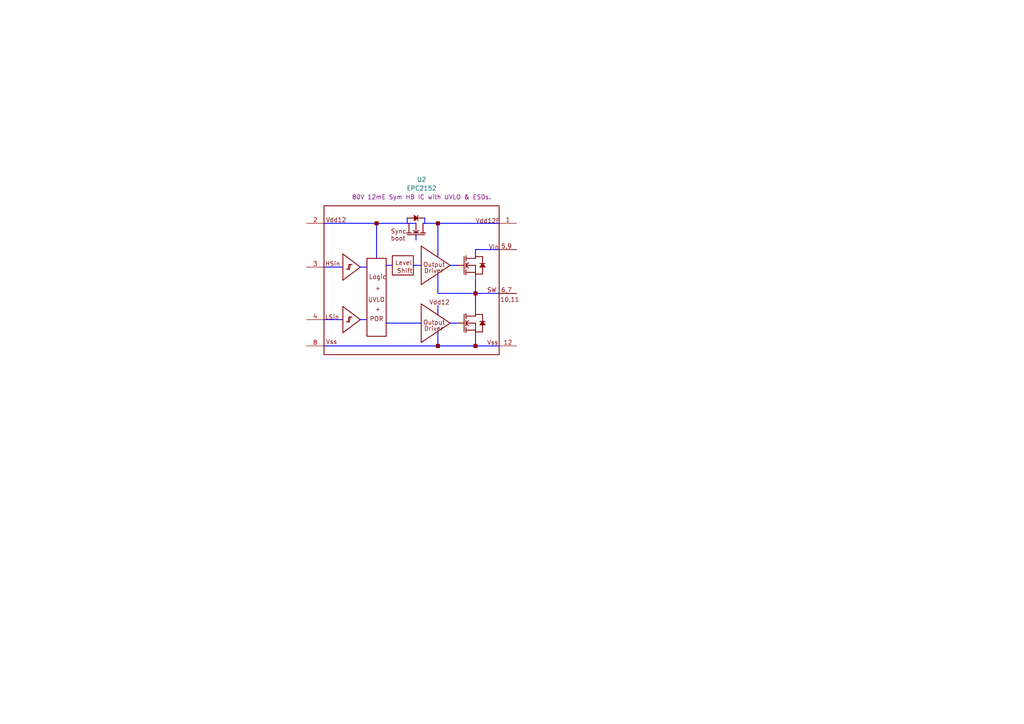
<source format=kicad_sch>
(kicad_sch (version 20250114) (generator "eeschema") (generator_version "9.0")
  (paper "A4")
  (title_block (date "2025-11-27") (rev "v4") (company "EPFL Spacecraft Team"))
  (lib_symbols
    (symbol "PULSE_Library:EPC2152"
      (property "Reference" "U" (at 0.508 48.4124 0))
      (property "Value" "EPC2152" (at 4.1148 46.5836 0))
      (property "Description" "80V 12mE Sym HB IC with UVLO & ESDs." (at 20.3708 44.6024 0))
      (symbol "EPC2152_1_0"
        (polyline (pts (xy 0 38.1) (xy 26.67 38.1)) (stroke (width 0.254) (color 0 0 255 1)))
        (polyline (pts (xy 0 25.4) (xy 5.334 25.4)) (stroke (width 0.254) (color 0 0 255 1)))
        (polyline (pts (xy 0 10.16) (xy 5.334 10.16)) (stroke (width 0.254) (color 0 0 255 1)))
        (polyline (pts (xy 0 2.54) (xy 50.8 2.54)) (stroke (width 0.254) (color 0 0 255 1)))
        (polyline (pts (xy 5.461 29.21) (xy 5.461 21.59)) (stroke (width 0.254)))
        (polyline (pts (xy 5.461 29.21) (xy 10.541 25.4)) (stroke (width 0.254)))
        (polyline (pts (xy 5.461 21.59) (xy 10.541 25.4)) (stroke (width 0.254)))
        (polyline (pts (xy 5.461 13.97) (xy 5.461 6.35)) (stroke (width 0.254)))
        (polyline (pts (xy 5.461 13.97) (xy 10.541 10.16)) (stroke (width 0.254)))
        (polyline (pts (xy 5.461 6.35) (xy 10.541 10.16)) (stroke (width 0.254)))
        (polyline (pts (xy 6.985 24.765) (xy 7.239 26.162)) (stroke (width 0.254)))
        (polyline (pts (xy 6.985 9.525) (xy 7.239 10.922)) (stroke (width 0.254)))
        (polyline (pts (xy 7.366 24.765) (xy 6.477 24.765)) (stroke (width 0.254)))
        (polyline (pts (xy 7.366 24.765) (xy 7.62 26.162)) (stroke (width 0.254)))
        (polyline (pts (xy 7.366 9.525) (xy 6.477 9.525)) (stroke (width 0.254)))
        (polyline (pts (xy 7.366 9.525) (xy 7.62 10.922)) (stroke (width 0.254)))
        (polyline (pts (xy 8.128 26.162) (xy 7.239 26.162)) (stroke (width 0.254)))
        (polyline (pts (xy 8.128 10.922) (xy 7.239 10.922)) (stroke (width 0.254)))
        (polyline (pts (xy 10.414 25.4) (xy 12.446 25.4)) (stroke (width 0.254) (color 0 0 255 1)))
        (polyline (pts (xy 10.414 10.16) (xy 12.446 10.16)) (stroke (width 0.254) (color 0 0 255 1)))
        (polyline (pts (xy 15.24 27.94) (xy 15.24 38.1)) (stroke (width 0.254) (color 0 0 255 1)))
        (rectangle (start 15.748 38.608) (end 14.732 37.592) (fill (type outline)))
        (rectangle (start 18.034 27.94) (end 12.446 5.334) (stroke (width 0.254)))
        (polyline (pts (xy 18.034 25.908) (xy 19.812 25.908)) (stroke (width 0.254) (color 0 0 255 1)))
        (polyline (pts (xy 24.13 39.624) (xy 24.13 38.1)) (stroke (width 0.254) (color 0 0 255 1)))
        (polyline (pts (xy 24.13 39.624) (xy 26.162 39.624)) (stroke (width 0.254)))
        (polyline (pts (xy 24.13 34.798) (xy 29.21 34.798)) (stroke (width 0.254)))
        (polyline (pts (xy 24.638 38.1) (xy 24.638 35.306)) (stroke (width 0.254)))
        (polyline (pts (xy 25.4 35.306) (xy 23.876 35.306)) (stroke (width 0.254)))
        (rectangle (start 25.908 28.702) (end 19.812 23.114) (stroke (width 0.254)))
        (polyline (pts (xy 25.908 25.908) (xy 28.194 25.908)) (stroke (width 0.254) (color 0 0 255 1)))
        (polyline (pts (xy 26.67 35.306) (xy 25.908 36.068)) (stroke (width 0.254)))
        (polyline (pts (xy 26.67 35.306) (xy 26.67 38.1)) (stroke (width 0.254)))
        (polyline (pts (xy 26.67 34.798) (xy 26.67 33.274)) (stroke (width 0.254) (color 0 0 255 1)))
        (polyline (pts (xy 27.178 39.624) (xy 29.21 39.624)) (stroke (width 0.254)))
        (polyline (pts (xy 27.178 39.624) (xy 26.162 40.386) (xy 26.162 38.862) (xy 27.178 39.624)) (stroke (width 0.254)) (fill (type outline)))
        (polyline (pts (xy 27.178 38.862) (xy 27.178 40.386)) (stroke (width 0.254)))
        (polyline (pts (xy 27.432 36.068) (xy 26.67 35.306)) (stroke (width 0.254)))
        (polyline (pts (xy 27.432 35.306) (xy 25.908 35.306)) (stroke (width 0.254)))
        (polyline (pts (xy 28.194 31.496) (xy 28.194 20.32)) (stroke (width 0.254)))
        (polyline (pts (xy 28.194 31.496) (xy 36.576 25.908)) (stroke (width 0.254)))
        (polyline (pts (xy 28.194 20.32) (xy 36.576 25.908)) (stroke (width 0.254)))
        (polyline (pts (xy 28.194 14.732) (xy 28.194 3.556)) (stroke (width 0.254)))
        (polyline (pts (xy 28.194 14.732) (xy 36.576 9.144)) (stroke (width 0.254)))
        (polyline (pts (xy 28.194 9.144) (xy 18.034 9.144)) (stroke (width 0.254) (color 0 0 255 1)))
        (polyline (pts (xy 28.194 3.556) (xy 36.576 9.144)) (stroke (width 0.254)))
        (polyline (pts (xy 28.702 38.1) (xy 50.8 38.1)) (stroke (width 0.254) (color 0 0 255 1)))
        (polyline (pts (xy 28.702 35.306) (xy 28.702 38.1)) (stroke (width 0.254)))
        (polyline (pts (xy 29.21 39.624) (xy 29.21 38.1)) (stroke (width 0.254) (color 0 0 255 1)))
        (polyline (pts (xy 29.464 35.306) (xy 27.94 35.306)) (stroke (width 0.254)))
        (polyline (pts (xy 33.02 28.448) (xy 33.02 38.1)) (stroke (width 0.254) (color 0 0 255 1)))
        (polyline (pts (xy 33.02 17.78) (xy 33.02 23.368)) (stroke (width 0.254) (color 0 0 255 1)))
        (polyline (pts (xy 33.02 11.684) (xy 33.02 14.224)) (stroke (width 0.254) (color 0 0 255 1)))
        (polyline (pts (xy 33.02 2.54) (xy 33.02 6.604)) (stroke (width 0.254) (color 0 0 255 1)))
        (rectangle (start 33.528 38.608) (end 32.512 37.592) (fill (type outline)))
        (rectangle (start 33.528 3.048) (end 32.512 2.032) (fill (type outline)))
        (polyline (pts (xy 36.576 25.908) (xy 38.862 25.908)) (stroke (width 0.254) (color 0 0 255 1)))
        (polyline (pts (xy 36.576 9.144) (xy 38.862 9.144)) (stroke (width 0.254) (color 0 0 255 1)))
        (polyline (pts (xy 38.862 25.908) (xy 40.64 25.908)) (stroke (width 0.254)))
        (polyline (pts (xy 38.862 9.144) (xy 40.64 9.144)) (stroke (width 0.254)))
        (polyline (pts (xy 40.64 28.448) (xy 40.64 23.368)) (stroke (width 0.254)))
        (polyline (pts (xy 40.64 11.684) (xy 40.64 6.604)) (stroke (width 0.254)))
        (polyline (pts (xy 41.148 27.178) (xy 41.148 28.702)) (stroke (width 0.254)))
        (polyline (pts (xy 41.148 25.908) (xy 41.91 26.67)) (stroke (width 0.254)))
        (polyline (pts (xy 41.148 25.908) (xy 43.942 25.908)) (stroke (width 0.254)))
        (polyline (pts (xy 41.148 25.146) (xy 41.148 26.67)) (stroke (width 0.254)))
        (polyline (pts (xy 41.148 23.876) (xy 43.942 23.876)) (stroke (width 0.254)))
        (polyline (pts (xy 41.148 23.114) (xy 41.148 24.638)) (stroke (width 0.254)))
        (polyline (pts (xy 41.148 10.414) (xy 41.148 11.938)) (stroke (width 0.254)))
        (polyline (pts (xy 41.148 9.144) (xy 41.91 9.906)) (stroke (width 0.254)))
        (polyline (pts (xy 41.148 9.144) (xy 43.942 9.144)) (stroke (width 0.254)))
        (polyline (pts (xy 41.148 8.382) (xy 41.148 9.906)) (stroke (width 0.254)))
        (polyline (pts (xy 41.148 7.112) (xy 43.942 7.112)) (stroke (width 0.254)))
        (polyline (pts (xy 41.148 6.35) (xy 41.148 7.874)) (stroke (width 0.254)))
        (polyline (pts (xy 41.91 25.146) (xy 41.148 25.908)) (stroke (width 0.254)))
        (polyline (pts (xy 41.91 8.382) (xy 41.148 9.144)) (stroke (width 0.254)))
        (polyline (pts (xy 43.942 30.48) (xy 50.8 30.48)) (stroke (width 0.254) (color 0 0 255 1)))
        (polyline (pts (xy 43.942 28.448) (xy 45.974 28.448)) (stroke (width 0.254)))
        (polyline (pts (xy 43.942 27.94) (xy 41.148 27.94)) (stroke (width 0.254)))
        (polyline (pts (xy 43.942 27.94) (xy 43.942 30.48)) (stroke (width 0.254) (color 0 0 255 1)))
        (polyline (pts (xy 43.942 25.908) (xy 43.942 20.828)) (stroke (width 0.254)))
        (polyline (pts (xy 43.942 23.368) (xy 45.974 23.368)) (stroke (width 0.254)))
        (polyline (pts (xy 43.942 17.78) (xy 33.02 17.78)) (stroke (width 0.254) (color 0 0 255 1)))
        (polyline (pts (xy 43.942 17.78) (xy 50.8 17.78)) (stroke (width 0.254) (color 0 0 255 1)))
        (polyline (pts (xy 43.942 14.224) (xy 43.942 20.828)) (stroke (width 0.254) (color 0 0 255 1)))
        (polyline (pts (xy 43.942 11.684) (xy 45.974 11.684)) (stroke (width 0.254)))
        (polyline (pts (xy 43.942 11.176) (xy 41.148 11.176)) (stroke (width 0.254)))
        (polyline (pts (xy 43.942 11.176) (xy 43.942 14.224)) (stroke (width 0.254)))
        (polyline (pts (xy 43.942 9.144) (xy 43.942 4.064)) (stroke (width 0.254)))
        (polyline (pts (xy 43.942 6.604) (xy 45.974 6.604)) (stroke (width 0.254)))
        (polyline (pts (xy 43.942 2.54) (xy 43.942 4.064)) (stroke (width 0.254) (color 0 0 255 1)))
        (rectangle (start 44.45 18.288) (end 43.434 17.272) (fill (type outline)))
        (rectangle (start 44.45 3.048) (end 43.434 2.032) (fill (type outline)))
        (polyline (pts (xy 45.974 28.448) (xy 45.974 26.416)) (stroke (width 0.254)))
        (polyline (pts (xy 45.974 26.416) (xy 45.212 25.4) (xy 46.736 25.4) (xy 45.974 26.416)) (stroke (width 0.254)) (fill (type outline)))
        (polyline (pts (xy 45.974 25.4) (xy 45.974 23.368)) (stroke (width 0.254)))
        (polyline (pts (xy 45.974 11.684) (xy 45.974 9.652)) (stroke (width 0.254)))
        (polyline (pts (xy 45.974 9.652) (xy 45.212 8.636) (xy 46.736 8.636) (xy 45.974 9.652)) (stroke (width 0.254)) (fill (type outline)))
        (polyline (pts (xy 45.974 8.636) (xy 45.974 6.604)) (stroke (width 0.254)))
        (polyline (pts (xy 46.736 26.416) (xy 45.212 26.416)) (stroke (width 0.254)))
        (polyline (pts (xy 46.736 9.652) (xy 45.212 9.652)) (stroke (width 0.254)))
        (rectangle (start 50.8 43.18) (end 0 0) (stroke (width 0.254)))
        (text "HSin" (at 0.254 25.654 0) (effects (font (size 1.27 1.27)) (justify left bottom)))
        (text "LSin" (at 0.254 10.16 0) (effects (font (size 1.27 1.27)) (justify left bottom)))
        (text "Vdd12" (at 0.508 38.354 0) (effects (font (size 1.27 1.27)) (justify left bottom)))
        (text "Vss" (at 0.508 3.048 0) (effects (font (size 1.27 1.27)) (justify left bottom)))
        (text "UVLO" (at 12.7 15.24 0) (effects (font (size 1.27 1.27)) (justify left bottom)))
        (text "Logic" (at 12.954 21.844 0) (effects (font (size 1.27 1.27)) (justify left bottom)))
        (text "POR" (at 13.208 9.652 0) (effects (font (size 1.27 1.27)) (justify left bottom)))
        (text "+" (at 14.732 18.542 0) (effects (font (size 1.27 1.27)) (justify left bottom)))
        (text "+" (at 14.732 12.446 0) (effects (font (size 1.27 1.27)) (justify left bottom)))
        (text "Sync" (at 19.304 35.052 0) (effects (font (size 1.27 1.27)) (justify left bottom)))
        (text "boot" (at 19.304 33.02 0) (effects (font (size 1.27 1.27)) (justify left bottom)))
        (text "Level" (at 20.574 25.908 0) (effects (font (size 1.27 1.27)) (justify left bottom)))
        (text "Shift" (at 21.082 23.622 0) (effects (font (size 1.27 1.27)) (justify left bottom)))
        (text "Output" (at 28.702 25.4 0) (effects (font (size 1.27 1.27)) (justify left bottom)))
        (text "Output" (at 28.702 8.636 0) (effects (font (size 1.27 1.27)) (justify left bottom)))
        (text "Driver" (at 28.956 23.622 0) (effects (font (size 1.27 1.27)) (justify left bottom)))
        (text "Driver" (at 28.956 6.858 0) (effects (font (size 1.27 1.27)) (justify left bottom)))
        (text "Vdd12" (at 30.48 14.478 0) (effects (font (size 1.27 1.27)) (justify left bottom)))
        (text "Vdd12F" (at 43.942 38.1 0) (effects (font (size 1.27 1.27)) (justify left bottom)))
        (text "SW" (at 47.244 18.034 0) (effects (font (size 1.27 1.27)) (justify left bottom)))
        (text "Vss" (at 47.244 2.794 0) (effects (font (size 1.27 1.27)) (justify left bottom)))
        (text "Vin" (at 47.752 30.48 0) (effects (font (size 1.27 1.27)) (justify left bottom)))
        (text "10,11" (at 51.054 15.24 0) (effects (font (size 1.27 1.27)) (justify left bottom)))
        (text "5,9" (at 51.308 30.734 0) (effects (font (size 1.27 1.27)) (justify left bottom)))
        (text "6,7" (at 51.308 18.034 0) (effects (font (size 1.27 1.27)) (justify left bottom)))
        (pin passive line (at -5.08 38.1 0) (length 5.08) (name "Vdd12") (number "2"))
        (pin passive line (at -5.08 25.4 0) (length 5.08) (name "HSin") (number "3"))
        (pin passive line (at -5.08 10.16 0) (length 5.08) (name "LSin") (number "4"))
        (pin passive line (at -5.08 2.54 0) (length 5.08) (name "Vss") (number "8"))
        (pin passive line (at 55.88 38.1 180) (length 5.08) (name "Vdd12F") (number "1"))
        (pin passive line (at 55.88 30.48 180) (length 5.08) (name "Vin") (number "5"))
        (pin passive line (at 55.88 30.48 180) (length 5.08) (name "Vin") (number "9"))
        (pin passive line (at 55.88 17.78 180) (length 5.08) (name "SW") (number "10"))
        (pin passive line (at 55.88 17.78 180) (length 5.08) (name "SW") (number "11"))
        (pin passive line (at 55.88 17.78 180) (length 5.08) (name "SW") (number "6"))
        (pin passive line (at 55.88 17.78 180) (length 5.08) (name "SW") (number "7"))
        (pin passive line (at 55.88 2.54 180) (length 5.08) (name "Vss") (number "12"))
      )
    )
  )
  (symbol (lib_id "PULSE_Library:EPC2152") (at 93.98 102.87 0) (unit 1)
    (property "Reference" "U2" (at 122.2761 52.07 0))
    (property "Value" "EPC2152" (at 122.2761 54.61 0))
    (property "Footprint" "PULSE_Library:D0122" (effects (hide yes)))
    (property "Description" "80V 12mE Sym HB IC with UVLO & ESDs." (at 122.2761 57.15 0))
  )
)
</source>
